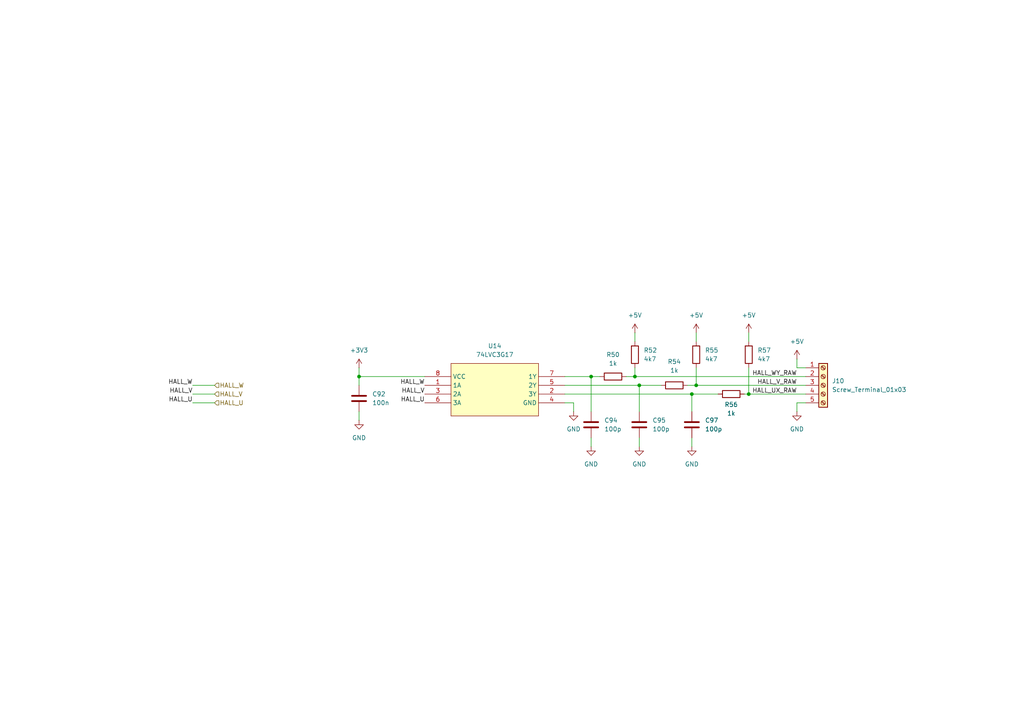
<source format=kicad_sch>
(kicad_sch (version 20231120) (generator "eeschema") (generator_version "8.0")
  (paper "A4")
  (title_block (title "HyperDrive Motor Controller") (rev "Mk. 1") (company "University of Alberta EcoCar Team"))
  (lib_symbols
    (symbol "Connector:Screw_Terminal_01x05" (pin_names (offset 1.016) hide)
      (property "Reference" "J" (at 0 7.62 0))
      (property "Value" "Screw_Terminal_01x05" (at 0 -7.62 0))
      (symbol "Screw_Terminal_01x05_1_1"
        (rectangle (start -1.27 6.35) (end 1.27 -6.35) (stroke (width 0.254)) (fill (type background)))
        (circle (center 0 -5.08) (radius 0.635) (stroke (width 0.1524)))
        (circle (center 0 -2.54) (radius 0.635) (stroke (width 0.1524)))
        (polyline (pts (xy -0.5334 -4.7498) (xy 0.3302 -5.588)) (stroke (width 0.1524)))
        (polyline (pts (xy -0.5334 -2.2098) (xy 0.3302 -3.048)) (stroke (width 0.1524)))
        (polyline (pts (xy -0.5334 0.3302) (xy 0.3302 -0.508)) (stroke (width 0.1524)))
        (polyline (pts (xy -0.5334 2.8702) (xy 0.3302 2.032)) (stroke (width 0.1524)))
        (polyline (pts (xy -0.5334 5.4102) (xy 0.3302 4.572)) (stroke (width 0.1524)))
        (polyline (pts (xy -0.3556 -4.572) (xy 0.508 -5.4102)) (stroke (width 0.1524)))
        (polyline (pts (xy -0.3556 -2.032) (xy 0.508 -2.8702)) (stroke (width 0.1524)))
        (polyline (pts (xy -0.3556 0.508) (xy 0.508 -0.3302)) (stroke (width 0.1524)))
        (polyline (pts (xy -0.3556 3.048) (xy 0.508 2.2098)) (stroke (width 0.1524)))
        (polyline (pts (xy -0.3556 5.588) (xy 0.508 4.7498)) (stroke (width 0.1524)))
        (circle (center 0 0) (radius 0.635) (stroke (width 0.1524)))
        (circle (center 0 2.54) (radius 0.635) (stroke (width 0.1524)))
        (circle (center 0 5.08) (radius 0.635) (stroke (width 0.1524)))
        (pin passive line (at -5.08 5.08 0) (length 3.81) (name "Pin_1") (number "1"))
        (pin passive line (at -5.08 2.54 0) (length 3.81) (name "Pin_2") (number "2"))
        (pin passive line (at -5.08 0 0) (length 3.81) (name "Pin_3") (number "3"))
        (pin passive line (at -5.08 -2.54 0) (length 3.81) (name "Pin_4") (number "4"))
        (pin passive line (at -5.08 -5.08 0) (length 3.81) (name "Pin_5") (number "5"))
      )
    )
    (symbol "Device:C" (pin_numbers hide) (pin_names (offset 0.254))
      (property "Reference" "C" (at 0.635 2.54 0))
      (property "Value" "C" (at 0.635 -2.54 0))
      (symbol "C_0_1"
        (polyline (pts (xy -2.032 -0.762) (xy 2.032 -0.762)) (stroke (width 0.508)))
        (polyline (pts (xy -2.032 0.762) (xy 2.032 0.762)) (stroke (width 0.508)))
      )
      (symbol "C_1_1"
        (pin passive line (at 0 3.81 270) (length 2.794) (name "~") (number "1"))
        (pin passive line (at 0 -3.81 90) (length 2.794) (name "~") (number "2"))
      )
    )
    (symbol "Device:R" (pin_numbers hide) (pin_names (offset 0))
      (property "Reference" "R" (at 2.032 0 90))
      (property "Value" "R" (at 0 0 90))
      (symbol "R_0_1"
        (rectangle (start -1.016 -2.54) (end 1.016 2.54) (stroke (width 0.254)))
      )
      (symbol "R_1_1"
        (pin passive line (at 0 3.81 270) (length 1.27) (name "~") (number "1"))
        (pin passive line (at 0 -3.81 90) (length 1.27) (name "~") (number "2"))
      )
    )
    (symbol "Motor Controller:74LVC3G17"
      (property "Reference" "U" (at 0 6.604 0))
      (property "Value" "74LVC3G17" (at 0 0 0))
      (symbol "74LVC3G17_1_1"
        (rectangle (start -12.7 5.08) (end 12.7 -10.16) (fill (type background)))
        (pin input line (at -20.32 -1.27 0) (length 7.62) (name "1A") (number "1"))
        (pin input line (at 20.32 -3.81 180) (length 7.62) (name "3Y") (number "2"))
        (pin input line (at -20.32 -3.81 0) (length 7.62) (name "2A") (number "3"))
        (pin input line (at 20.32 -6.35 180) (length 7.62) (name "GND") (number "4"))
        (pin input line (at 20.32 -1.27 180) (length 7.62) (name "2Y") (number "5"))
        (pin input line (at -20.32 -6.35 0) (length 7.62) (name "3A") (number "6"))
        (pin input line (at 20.32 1.27 180) (length 7.62) (name "1Y") (number "7"))
        (pin input line (at -20.32 1.27 0) (length 7.62) (name "VCC") (number "8"))
      )
    )
    (symbol "power:+3V3" (power) (pin_numbers hide) (pin_names (offset 0) hide)
      (property "Value" "+3V3" (at 0 3.556 0))
      (symbol "+3V3_0_1"
        (polyline (pts (xy -0.762 1.27) (xy 0 2.54)))
        (polyline (pts (xy 0 0) (xy 0 2.54)))
        (polyline (pts (xy 0 2.54) (xy 0.762 1.27)))
      )
      (symbol "+3V3_1_1"
        (pin power_in line (at 0 0 90) (length 0) (name "~") (number "1"))
      )
    )
    (symbol "power:+5V" (power) (pin_numbers hide) (pin_names (offset 0) hide)
      (property "Value" "+5V" (at 0 3.556 0))
      (symbol "+5V_0_1"
        (polyline (pts (xy -0.762 1.27) (xy 0 2.54)))
        (polyline (pts (xy 0 0) (xy 0 2.54)))
        (polyline (pts (xy 0 2.54) (xy 0.762 1.27)))
      )
      (symbol "+5V_1_1"
        (pin power_in line (at 0 0 90) (length 0) (name "~") (number "1"))
      )
    )
    (symbol "power:GND" (power) (pin_numbers hide) (pin_names (offset 0) hide)
      (property "Value" "GND" (at 0 -3.81 0))
      (symbol "GND_0_1"
        (polyline (pts (xy 0 0) (xy 0 -1.27) (xy 1.27 -1.27) (xy 0 -2.54) (xy -1.27 -1.27) (xy 0 -1.27)))
      )
      (symbol "GND_1_1"
        (pin power_in line (at 0 0 270) (length 0) (name "~") (number "1"))
      )
    )
  )
  (junction (at 184.15 109.22))
  (junction (at 200.66 114.3))
  (junction (at 201.93 111.76))
  (junction (at 185.42 111.76))
  (junction (at 104.14 109.22))
  (junction (at 171.45 109.22))
  (junction (at 217.17 114.3))
  (wire (pts (xy 199.39 111.76) (xy 201.93 111.76)))
  (wire (pts (xy 200.66 114.3) (xy 208.28 114.3)))
  (wire (pts (xy 201.93 96.52) (xy 201.93 99.06)))
  (wire (pts (xy 104.14 106.68) (xy 104.14 109.22)))
  (wire (pts (xy 231.14 104.14) (xy 231.14 106.68)))
  (wire (pts (xy 217.17 114.3) (xy 233.68 114.3)))
  (wire (pts (xy 201.93 106.68) (xy 201.93 111.76)))
  (wire (pts (xy 231.14 119.38) (xy 231.14 116.84)))
  (wire (pts (xy 181.61 109.22) (xy 184.15 109.22)))
  (wire (pts (xy 55.88 116.84) (xy 62.23 116.84)))
  (wire (pts (xy 231.14 106.68) (xy 233.68 106.68)))
  (wire (pts (xy 166.37 119.38) (xy 166.37 116.84)))
  (wire (pts (xy 184.15 96.52) (xy 184.15 99.06)))
  (wire (pts (xy 166.37 116.84) (xy 163.83 116.84)))
  (wire (pts (xy 55.88 111.76) (xy 62.23 111.76)))
  (wire (pts (xy 231.14 116.84) (xy 233.68 116.84)))
  (wire (pts (xy 171.45 109.22) (xy 171.45 119.38)))
  (wire (pts (xy 184.15 109.22) (xy 233.68 109.22)))
  (wire (pts (xy 171.45 109.22) (xy 173.99 109.22)))
  (wire (pts (xy 104.14 119.38) (xy 104.14 121.92)))
  (wire (pts (xy 215.9 114.3) (xy 217.17 114.3)))
  (wire (pts (xy 184.15 106.68) (xy 184.15 109.22)))
  (wire (pts (xy 200.66 127) (xy 200.66 129.54)))
  (wire (pts (xy 200.66 114.3) (xy 200.66 119.38)))
  (wire (pts (xy 55.88 114.3) (xy 62.23 114.3)))
  (wire (pts (xy 185.42 127) (xy 185.42 129.54)))
  (wire (pts (xy 163.83 114.3) (xy 200.66 114.3)))
  (wire (pts (xy 163.83 109.22) (xy 171.45 109.22)))
  (wire (pts (xy 104.14 109.22) (xy 123.19 109.22)))
  (wire (pts (xy 217.17 106.68) (xy 217.17 114.3)))
  (wire (pts (xy 185.42 111.76) (xy 191.77 111.76)))
  (wire (pts (xy 185.42 119.38) (xy 185.42 111.76)))
  (wire (pts (xy 217.17 96.52) (xy 217.17 99.06)))
  (wire (pts (xy 171.45 127) (xy 171.45 129.54)))
  (wire (pts (xy 201.93 111.76) (xy 233.68 111.76)))
  (wire (pts (xy 163.83 111.76) (xy 185.42 111.76)))
  (wire (pts (xy 104.14 111.76) (xy 104.14 109.22)))
  (label "HALL_U" (at 55.88 116.84 180))
  (label "HALL_W" (at 55.88 111.76 180))
  (label "HALL_U" (at 123.19 116.84 180))
  (label "HALL_V_RAW" (at 231.14 111.76 180))
  (label "HALL_W" (at 123.19 111.76 180))
  (label "HALL_V" (at 55.88 114.3 180))
  (label "HALL_V" (at 123.19 114.3 180))
  (label "HALL_UX_RAW" (at 231.14 114.3 180))
  (label "HALL_WY_RAW" (at 231.14 109.22 180))
  (hierarchical_label "HALL_V" (shape input) (at 62.23 114.3 0))
  (hierarchical_label "HALL_W" (shape input) (at 62.23 111.76 0))
  (hierarchical_label "HALL_U" (shape input) (at 62.23 116.84 0))
  (symbol (lib_id "Device:C") (at 200.66 123.19 0) (unit 1)
    (property "Reference" "C97" (at 204.47 121.9199 0) (effects (justify left)))
    (property "Value" "100p" (at 204.47 124.4599 0) (effects (justify left)))
    (property "Footprint" "Capacitor_SMD:C_0603_1608Metric" (effects (hide yes)))
    (property "Description" "Unpolarized capacitor" (effects (hide yes)))
  )
  (symbol (lib_id "power:GND") (at 166.37 119.38 0) (unit 1)
    (property "Reference" "#PWR0126" (effects (hide yes)))
    (property "Value" "GND" (at 166.37 124.46 0))
    (property "Description" "Power symbol creates a global label with name \"GND\" , ground" (effects (hide yes)))
  )
  (symbol (lib_id "power:+5V") (at 217.17 96.52 0) (unit 1)
    (property "Reference" "#PWR0146" (effects (hide yes)))
    (property "Value" "+5V" (at 217.17 91.44 0))
    (property "Description" "Power symbol creates a global label with name \"+5V\"" (effects (hide yes)))
  )
  (symbol (lib_id "power:GND") (at 200.66 129.54 0) (unit 1)
    (property "Reference" "#PWR0143" (effects (hide yes)))
    (property "Value" "GND" (at 200.66 134.62 0))
    (property "Description" "Power symbol creates a global label with name \"GND\" , ground" (effects (hide yes)))
  )
  (symbol (lib_id "Device:R") (at 184.15 102.87 180) (unit 1)
    (property "Reference" "R52" (at 186.69 101.5999 0) (effects (justify right)))
    (property "Value" "4k7" (at 186.69 104.1399 0) (effects (justify right)))
    (property "Footprint" "Resistor_SMD:R_0603_1608Metric" (effects (hide yes)))
    (property "Description" "Resistor" (effects (hide yes)))
  )
  (symbol (lib_id "Device:R") (at 195.58 111.76 90) (unit 1)
    (property "Reference" "R54" (at 195.58 104.902 90))
    (property "Value" "1k" (at 195.58 107.442 90))
    (property "Footprint" "Resistor_SMD:R_0603_1608Metric" (effects (hide yes)))
    (property "Description" "Resistor" (effects (hide yes)))
  )
  (symbol (lib_id "power:GND") (at 185.42 129.54 0) (unit 1)
    (property "Reference" "#PWR0141" (effects (hide yes)))
    (property "Value" "GND" (at 185.42 134.62 0))
    (property "Description" "Power symbol creates a global label with name \"GND\" , ground" (effects (hide yes)))
  )
  (symbol (lib_id "power:+5V") (at 184.15 96.52 0) (unit 1)
    (property "Reference" "#PWR0139" (effects (hide yes)))
    (property "Value" "+5V" (at 184.15 91.44 0))
    (property "Description" "Power symbol creates a global label with name \"+5V\"" (effects (hide yes)))
  )
  (symbol (lib_id "power:+5V") (at 231.14 104.14 0) (unit 1)
    (property "Reference" "#PWR0152" (effects (hide yes)))
    (property "Value" "+5V" (at 231.14 99.06 0))
    (property "Description" "Power symbol creates a global label with name \"+5V\"" (effects (hide yes)))
  )
  (symbol (lib_id "Device:C") (at 185.42 123.19 0) (unit 1)
    (property "Reference" "C95" (at 189.23 121.9199 0) (effects (justify left)))
    (property "Value" "100p" (at 189.23 124.4599 0) (effects (justify left)))
    (property "Footprint" "Capacitor_SMD:C_0603_1608Metric" (effects (hide yes)))
    (property "Description" "Unpolarized capacitor" (effects (hide yes)))
  )
  (symbol (lib_id "Motor Controller:74LVC3G17") (at 143.51 110.49 0) (unit 1)
    (property "Reference" "U14" (at 143.51 100.33 0))
    (property "Value" "74LVC3G17" (at 143.51 102.87 0))
    (property "Footprint" "Package_SO:TSSOP-8_3x3mm_P0.65mm" (effects (hide yes)))
    (property "Datasheet" "https://assets.nexperia.com/documents/data-sheet/74LVC3G17.pdf" (effects (hide yes)))
    (property "DK#" "1727-5998-1-ND" (effects (hide yes)))
  )
  (symbol (lib_id "power:GND") (at 231.14 119.38 0) (unit 1)
    (property "Reference" "#PWR0153" (effects (hide yes)))
    (property "Value" "GND" (at 231.14 124.46 0))
    (property "Description" "Power symbol creates a global label with name \"GND\" , ground" (effects (hide yes)))
  )
  (symbol (lib_id "power:+5V") (at 201.93 96.52 0) (unit 1)
    (property "Reference" "#PWR0145" (effects (hide yes)))
    (property "Value" "+5V" (at 201.93 91.44 0))
    (property "Description" "Power symbol creates a global label with name \"+5V\"" (effects (hide yes)))
  )
  (symbol (lib_id "power:GND") (at 171.45 129.54 0) (unit 1)
    (property "Reference" "#PWR0130" (effects (hide yes)))
    (property "Value" "GND" (at 171.45 134.62 0))
    (property "Description" "Power symbol creates a global label with name \"GND\" , ground" (effects (hide yes)))
  )
  (symbol (lib_id "power:GND") (at 104.14 121.92 0) (unit 1)
    (property "Reference" "#PWR0118" (effects (hide yes)))
    (property "Value" "GND" (at 104.14 127 0))
    (property "Description" "Power symbol creates a global label with name \"GND\" , ground" (effects (hide yes)))
  )
  (symbol (lib_id "Device:C") (at 171.45 123.19 0) (unit 1)
    (property "Reference" "C94" (at 175.26 121.9199 0) (effects (justify left)))
    (property "Value" "100p" (at 175.26 124.4599 0) (effects (justify left)))
    (property "Footprint" "Capacitor_SMD:C_0603_1608Metric" (effects (hide yes)))
    (property "Description" "Unpolarized capacitor" (effects (hide yes)))
  )
  (symbol (lib_id "Device:R") (at 201.93 102.87 180) (unit 1)
    (property "Reference" "R55" (at 204.47 101.5999 0) (effects (justify right)))
    (property "Value" "4k7" (at 204.47 104.1399 0) (effects (justify right)))
    (property "Footprint" "Resistor_SMD:R_0603_1608Metric" (effects (hide yes)))
    (property "Description" "Resistor" (effects (hide yes)))
  )
  (symbol (lib_id "Connector:Screw_Terminal_01x05") (at 238.76 111.76 0) (unit 1)
    (property "Reference" "J10" (at 241.3 110.4899 0) (effects (justify left)))
    (property "Value" "Screw_Terminal_01x03" (at 241.3 113.0299 0) (effects (justify left)))
    (property "Footprint" "TerminalBlock_Phoenix:TerminalBlock_Phoenix_MPT-0,5-5-2.54_1x05_P2.54mm_Horizontal" (effects (hide yes)))
    (property "Description" "Generic screw terminal, single row, 01x05, script generated (kicad-library-utils/schlib/autogen/connector/)" (effects (hide yes)))
  )
  (symbol (lib_id "Device:R") (at 212.09 114.3 90) (unit 1)
    (property "Reference" "R56" (at 212.09 117.348 90))
    (property "Value" "1k" (at 212.09 119.888 90))
    (property "Footprint" "Resistor_SMD:R_0603_1608Metric" (effects (hide yes)))
    (property "Description" "Resistor" (effects (hide yes)))
  )
  (symbol (lib_id "Device:R") (at 217.17 102.87 180) (unit 1)
    (property "Reference" "R57" (at 219.71 101.5999 0) (effects (justify right)))
    (property "Value" "4k7" (at 219.71 104.1399 0) (effects (justify right)))
    (property "Footprint" "Resistor_SMD:R_0603_1608Metric" (effects (hide yes)))
    (property "Description" "Resistor" (effects (hide yes)))
  )
  (symbol (lib_id "Device:C") (at 104.14 115.57 0) (unit 1)
    (property "Reference" "C92" (at 107.95 114.2999 0) (effects (justify left)))
    (property "Value" "100n" (at 107.95 116.8399 0) (effects (justify left)))
    (property "Footprint" "Capacitor_SMD:C_0603_1608Metric" (effects (hide yes)))
    (property "Description" "Unpolarized capacitor" (effects (hide yes)))
  )
  (symbol (lib_id "Device:R") (at 177.8 109.22 90) (unit 1)
    (property "Reference" "R50" (at 177.8 102.87 90))
    (property "Value" "1k" (at 177.8 105.41 90))
    (property "Footprint" "Resistor_SMD:R_0603_1608Metric" (effects (hide yes)))
    (property "Description" "Resistor" (effects (hide yes)))
  )
  (symbol (lib_id "power:+3V3") (at 104.14 106.68 0) (unit 1)
    (property "Reference" "#PWR020" (effects (hide yes)))
    (property "Value" "+3V3" (at 104.14 101.6 0))
    (property "Description" "Power symbol creates a global label with name \"+3V3\"" (effects (hide yes)))
  )
)
</source>
